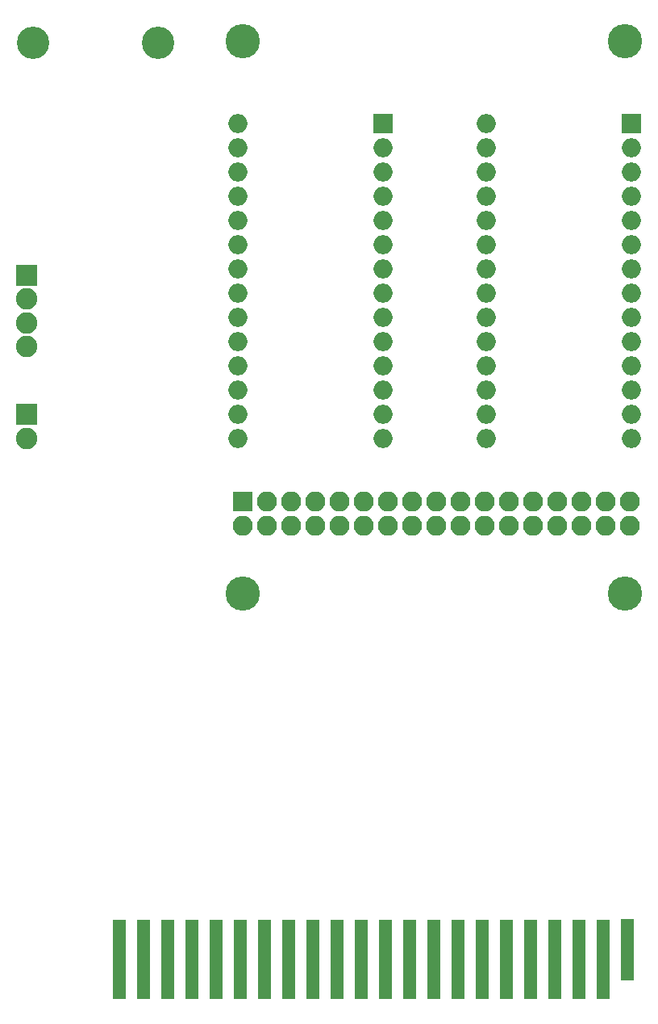
<source format=gbr>
G04 #@! TF.FileFunction,Soldermask,Bot*
%FSLAX46Y46*%
G04 Gerber Fmt 4.6, Leading zero omitted, Abs format (unit mm)*
G04 Created by KiCad (PCBNEW 4.0.7) date 05/19/18 23:16:30*
%MOMM*%
%LPD*%
G01*
G04 APERTURE LIST*
%ADD10C,0.100000*%
%ADD11C,3.400000*%
%ADD12R,2.250000X2.250000*%
%ADD13C,2.250000*%
%ADD14R,2.100000X2.100000*%
%ADD15O,2.100000X2.100000*%
%ADD16C,3.600000*%
%ADD17R,2.000000X2.000000*%
%ADD18O,2.000000X2.000000*%
%ADD19R,1.400000X6.400000*%
%ADD20R,1.400000X8.400000*%
G04 APERTURE END LIST*
D10*
D11*
X102904000Y-49930000D03*
X116044000Y-49930000D03*
D12*
X102235000Y-88900000D03*
D13*
X102235000Y-91400000D03*
D14*
X124968000Y-98044000D03*
D15*
X124968000Y-100584000D03*
X127508000Y-98044000D03*
X127508000Y-100584000D03*
X130048000Y-98044000D03*
X130048000Y-100584000D03*
X132588000Y-98044000D03*
X132588000Y-100584000D03*
X135128000Y-98044000D03*
X135128000Y-100584000D03*
X137668000Y-98044000D03*
X137668000Y-100584000D03*
X140208000Y-98044000D03*
X140208000Y-100584000D03*
X142748000Y-98044000D03*
X142748000Y-100584000D03*
X145288000Y-98044000D03*
X145288000Y-100584000D03*
X147828000Y-98044000D03*
X147828000Y-100584000D03*
X150368000Y-98044000D03*
X150368000Y-100584000D03*
X152908000Y-98044000D03*
X152908000Y-100584000D03*
X155448000Y-98044000D03*
X155448000Y-100584000D03*
X157988000Y-98044000D03*
X157988000Y-100584000D03*
X160528000Y-98044000D03*
X160528000Y-100584000D03*
X163068000Y-98044000D03*
X163068000Y-100584000D03*
X165608000Y-98044000D03*
X165608000Y-100584000D03*
D12*
X102235000Y-74295000D03*
D13*
X102235000Y-76795000D03*
X102235000Y-79295000D03*
X102235000Y-81795000D03*
D16*
X124968000Y-107696000D03*
X165100000Y-107696000D03*
X124968000Y-49784000D03*
X165100000Y-49784000D03*
D17*
X139700000Y-58420000D03*
D18*
X124460000Y-91440000D03*
X139700000Y-60960000D03*
X124460000Y-88900000D03*
X139700000Y-63500000D03*
X124460000Y-86360000D03*
X139700000Y-66040000D03*
X124460000Y-83820000D03*
X139700000Y-68580000D03*
X124460000Y-81280000D03*
X139700000Y-71120000D03*
X124460000Y-78740000D03*
X139700000Y-73660000D03*
X124460000Y-76200000D03*
X139700000Y-76200000D03*
X124460000Y-73660000D03*
X139700000Y-78740000D03*
X124460000Y-71120000D03*
X139700000Y-81280000D03*
X124460000Y-68580000D03*
X139700000Y-83820000D03*
X124460000Y-66040000D03*
X139700000Y-86360000D03*
X124460000Y-63500000D03*
X139700000Y-88900000D03*
X124460000Y-60960000D03*
X139700000Y-91440000D03*
X124460000Y-58420000D03*
D17*
X165735000Y-58420000D03*
D18*
X150495000Y-91440000D03*
X165735000Y-60960000D03*
X150495000Y-88900000D03*
X165735000Y-63500000D03*
X150495000Y-86360000D03*
X165735000Y-66040000D03*
X150495000Y-83820000D03*
X165735000Y-68580000D03*
X150495000Y-81280000D03*
X165735000Y-71120000D03*
X150495000Y-78740000D03*
X165735000Y-73660000D03*
X150495000Y-76200000D03*
X165735000Y-76200000D03*
X150495000Y-73660000D03*
X165735000Y-78740000D03*
X150495000Y-71120000D03*
X165735000Y-81280000D03*
X150495000Y-68580000D03*
X165735000Y-83820000D03*
X150495000Y-66040000D03*
X165735000Y-86360000D03*
X150495000Y-63500000D03*
X165735000Y-88900000D03*
X150495000Y-60960000D03*
X165735000Y-91440000D03*
X150495000Y-58420000D03*
D19*
X165354000Y-145034000D03*
D20*
X162814000Y-146050000D03*
X160274000Y-146050000D03*
X157734000Y-146050000D03*
X155194000Y-146050000D03*
X152654000Y-146050000D03*
X150114000Y-146050000D03*
X147574000Y-146050000D03*
X145034000Y-146050000D03*
X142494000Y-146050000D03*
X139954000Y-146050000D03*
X137414000Y-146050000D03*
X134874000Y-146050000D03*
X132334000Y-146050000D03*
X129794000Y-146050000D03*
X127254000Y-146050000D03*
X124714000Y-146050000D03*
X122174000Y-146050000D03*
X119634000Y-146050000D03*
X117094000Y-146050000D03*
X114554000Y-146050000D03*
X112014000Y-146050000D03*
D19*
X165354000Y-145050000D03*
D20*
X162814000Y-146050000D03*
X160274000Y-146050000D03*
X157734000Y-146050000D03*
X155194000Y-146050000D03*
X152654000Y-146050000D03*
X150114000Y-146050000D03*
X147574000Y-146050000D03*
X145034000Y-146050000D03*
X142494000Y-146050000D03*
X139954000Y-146050000D03*
X137414000Y-146050000D03*
X134874000Y-146050000D03*
X132334000Y-146050000D03*
X129794000Y-146050000D03*
X127254000Y-146050000D03*
X124714000Y-146050000D03*
X122174000Y-146050000D03*
X119634000Y-146050000D03*
X117094000Y-146050000D03*
X114554000Y-146050000D03*
X112014000Y-146050000D03*
M02*

</source>
